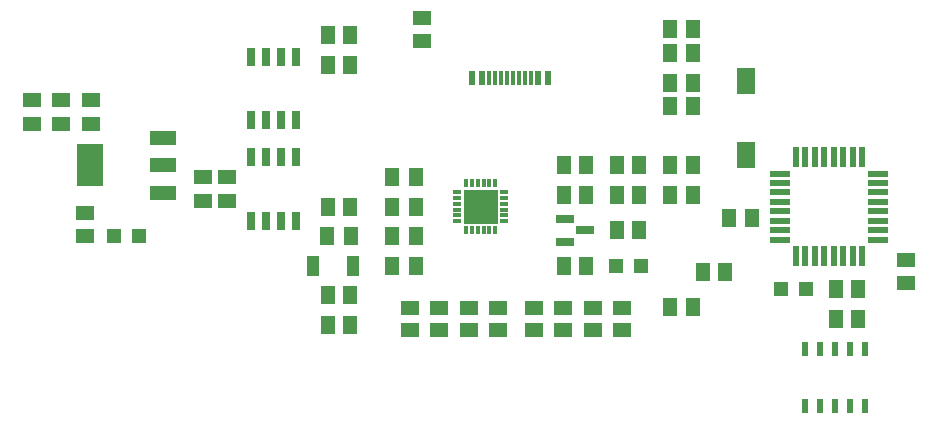
<source format=gbr>
G04 EAGLE Gerber RS-274X export*
G75*
%MOMM*%
%FSLAX34Y34*%
%LPD*%
%INSolderpaste Top*%
%IPPOS*%
%AMOC8*
5,1,8,0,0,1.08239X$1,22.5*%
G01*
%ADD10R,1.600000X1.300000*%
%ADD11R,1.200000X1.200000*%
%ADD12R,2.235200X1.219200*%
%ADD13R,2.200000X3.600000*%
%ADD14R,1.500000X1.300000*%
%ADD15R,0.300000X0.750000*%
%ADD16R,0.750000X0.300000*%
%ADD17R,2.850000X2.850000*%
%ADD18R,0.600000X1.150000*%
%ADD19R,0.300000X1.150000*%
%ADD20R,0.650000X1.500000*%
%ADD21R,1.300000X1.500000*%
%ADD22R,1.300000X1.600000*%
%ADD23R,1.110000X1.730000*%
%ADD24R,1.550000X0.650000*%
%ADD25R,0.507200X1.761997*%
%ADD26R,1.761997X0.507200*%
%ADD27R,1.600000X2.300000*%
%ADD28R,0.508000X1.270000*%


D10*
X165000Y240000D03*
X165000Y220000D03*
X70000Y285000D03*
X70000Y305000D03*
X20000Y285000D03*
X20000Y305000D03*
X45000Y285000D03*
X45000Y305000D03*
D11*
X110500Y190000D03*
X89500Y190000D03*
D12*
X130988Y226886D03*
X130988Y250000D03*
X130988Y273114D03*
D13*
X69010Y250000D03*
D14*
X65000Y190500D03*
X65000Y209500D03*
D15*
X387500Y195000D03*
X392500Y195000D03*
X397500Y195000D03*
X402500Y195000D03*
X407500Y195000D03*
X412500Y195000D03*
D16*
X420000Y202500D03*
X420000Y207500D03*
X420000Y212500D03*
X420000Y217500D03*
X420000Y222500D03*
X420000Y227500D03*
D15*
X412500Y235000D03*
X407500Y235000D03*
X402500Y235000D03*
X397500Y235000D03*
X392500Y235000D03*
X387500Y235000D03*
D16*
X380000Y227500D03*
X380000Y222500D03*
X380000Y217500D03*
X380000Y212500D03*
X380000Y207500D03*
X380000Y202500D03*
D17*
X400000Y215000D03*
D18*
X457000Y324275D03*
X393000Y324275D03*
X449000Y324275D03*
X401000Y324275D03*
D19*
X422500Y324275D03*
X427500Y324275D03*
X417500Y324275D03*
X412500Y324275D03*
X407500Y324275D03*
X432500Y324275D03*
X437500Y324275D03*
X442500Y324275D03*
D14*
X340000Y110500D03*
X340000Y129500D03*
X390000Y129500D03*
X390000Y110500D03*
X365000Y110500D03*
X365000Y129500D03*
X415000Y129500D03*
X415000Y110500D03*
X495000Y110500D03*
X495000Y129500D03*
X445000Y129500D03*
X445000Y110500D03*
X520000Y110500D03*
X520000Y129500D03*
X470000Y129500D03*
X470000Y110500D03*
D20*
X205950Y203000D03*
X218650Y203000D03*
X231350Y203000D03*
X244050Y203000D03*
X244050Y257000D03*
X231350Y257000D03*
X218650Y257000D03*
X205950Y257000D03*
D21*
X289500Y115000D03*
X270500Y115000D03*
D10*
X185000Y240000D03*
X185000Y220000D03*
D22*
X345000Y190000D03*
X325000Y190000D03*
X345000Y215000D03*
X325000Y215000D03*
X345000Y240000D03*
X325000Y240000D03*
X345000Y165000D03*
X325000Y165000D03*
X290000Y190000D03*
X270000Y190000D03*
D21*
X289500Y215000D03*
X270500Y215000D03*
X270500Y140000D03*
X289500Y140000D03*
D20*
X244050Y342000D03*
X231350Y342000D03*
X218650Y342000D03*
X205950Y342000D03*
X205950Y288000D03*
X218650Y288000D03*
X231350Y288000D03*
X244050Y288000D03*
D21*
X270500Y335000D03*
X289500Y335000D03*
X289500Y360000D03*
X270500Y360000D03*
D11*
X514500Y165000D03*
X535500Y165000D03*
D21*
X534500Y195000D03*
X515500Y195000D03*
D23*
X257950Y165000D03*
X292050Y165000D03*
D10*
X350000Y355000D03*
X350000Y375000D03*
D21*
X489500Y250000D03*
X470500Y250000D03*
X515500Y225000D03*
X534500Y225000D03*
X515500Y250000D03*
X534500Y250000D03*
D24*
X471500Y204600D03*
X471500Y185400D03*
X488500Y195000D03*
D21*
X489500Y225000D03*
X470500Y225000D03*
X470500Y165000D03*
X489500Y165000D03*
D25*
X667000Y173310D03*
X675000Y173310D03*
X683000Y173310D03*
X691000Y173310D03*
X699000Y173310D03*
X707000Y173310D03*
X715000Y173310D03*
X723000Y173310D03*
D26*
X736690Y187000D03*
X736690Y195000D03*
X736690Y203000D03*
X736690Y211000D03*
X736690Y219000D03*
X736690Y227000D03*
X736690Y235000D03*
X736690Y243000D03*
D25*
X723000Y256690D03*
X715000Y256690D03*
X707000Y256690D03*
X699000Y256690D03*
X691000Y256690D03*
X683000Y256690D03*
X675000Y256690D03*
X667000Y256690D03*
D26*
X653310Y243000D03*
X653310Y235000D03*
X653310Y227000D03*
X653310Y219000D03*
X653310Y211000D03*
X653310Y203000D03*
X653310Y195000D03*
X653310Y187000D03*
D21*
X629500Y205000D03*
X610500Y205000D03*
D11*
X654500Y145000D03*
X675500Y145000D03*
D27*
X625000Y258500D03*
X625000Y321500D03*
D21*
X607000Y160000D03*
X588000Y160000D03*
D14*
X760000Y169500D03*
X760000Y150500D03*
D21*
X700500Y145000D03*
X719500Y145000D03*
X560500Y300000D03*
X579500Y300000D03*
X560500Y320000D03*
X579500Y320000D03*
X579500Y250000D03*
X560500Y250000D03*
X579500Y225000D03*
X560500Y225000D03*
X579500Y130000D03*
X560500Y130000D03*
X579500Y345000D03*
X560500Y345000D03*
X579500Y365000D03*
X560500Y365000D03*
D28*
X700000Y94130D03*
X712700Y94130D03*
X725400Y94130D03*
X687300Y94130D03*
X674600Y94130D03*
X674600Y45870D03*
X687300Y45870D03*
X700000Y45870D03*
X712700Y45870D03*
X725400Y45870D03*
D21*
X700500Y120000D03*
X719500Y120000D03*
M02*

</source>
